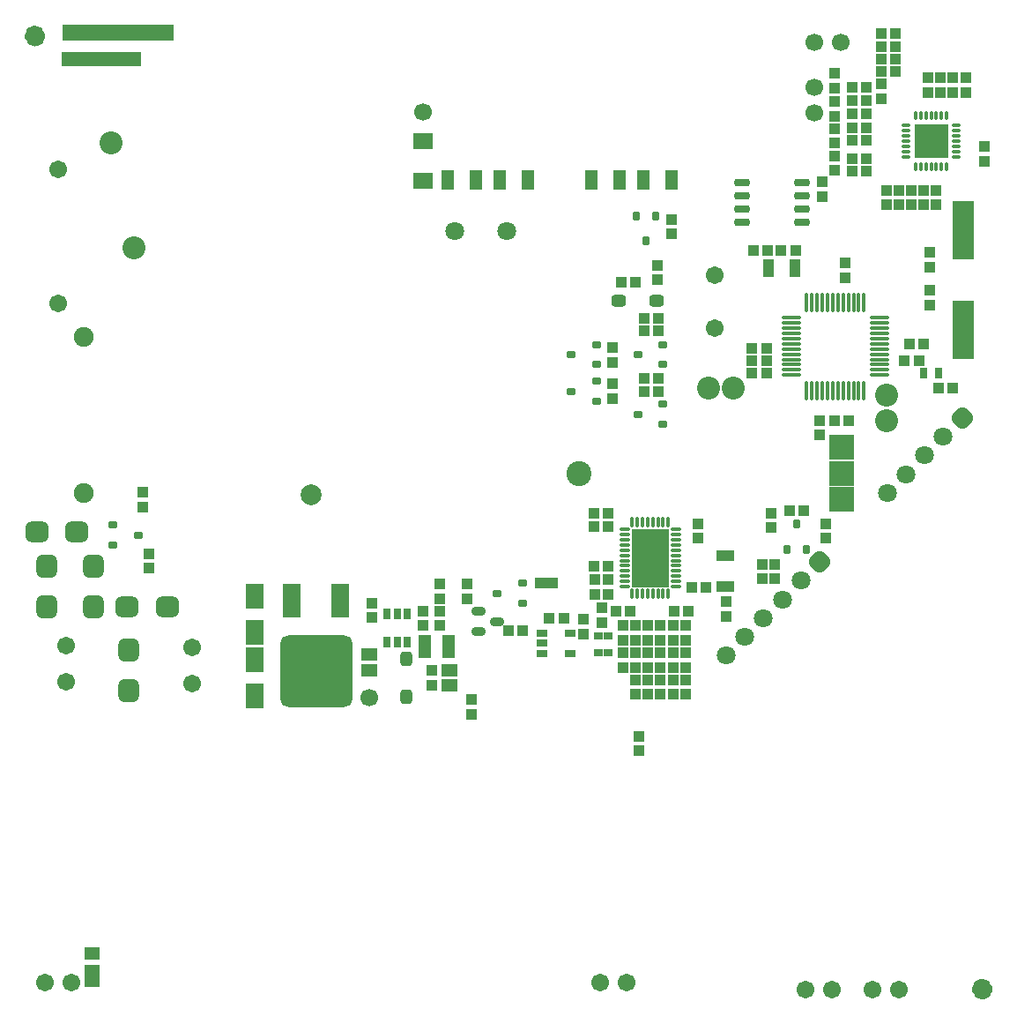
<source format=gts>
G04 Layer_Color=8388736*
%FSAX44Y44*%
%MOMM*%
G71*
G01*
G75*
%ADD14R,0.9000X0.8000*%
%ADD50C,1.0000*%
%ADD64C,1.7000*%
%ADD71R,2.0320X1.0160*%
%ADD72R,7.6000X1.4102*%
%ADD73R,10.7548X1.6500*%
%ADD74R,1.0032X1.1032*%
%ADD75R,0.8032X1.1032*%
%ADD76C,2.2032*%
%ADD77R,1.1032X1.0032*%
%ADD78R,3.2300X3.2300*%
%ADD79O,0.9500X0.3500*%
%ADD80O,0.3500X0.9500*%
%ADD81R,1.2532X1.8532*%
%ADD82R,1.0532X1.0032*%
%ADD83R,2.1000X5.6000*%
%ADD84R,1.1000X1.7000*%
G04:AMPARAMS|DCode=85|XSize=0.4mm|YSize=1.8mm|CornerRadius=0.125mm|HoleSize=0mm|Usage=FLASHONLY|Rotation=0.000|XOffset=0mm|YOffset=0mm|HoleType=Round|Shape=RoundedRectangle|*
%AMROUNDEDRECTD85*
21,1,0.4000,1.5500,0,0,0.0*
21,1,0.1500,1.8000,0,0,0.0*
1,1,0.2500,0.0750,-0.7750*
1,1,0.2500,-0.0750,-0.7750*
1,1,0.2500,-0.0750,0.7750*
1,1,0.2500,0.0750,0.7750*
%
%ADD85ROUNDEDRECTD85*%
G04:AMPARAMS|DCode=86|XSize=0.4mm|YSize=1.8mm|CornerRadius=0.125mm|HoleSize=0mm|Usage=FLASHONLY|Rotation=90.000|XOffset=0mm|YOffset=0mm|HoleType=Round|Shape=RoundedRectangle|*
%AMROUNDEDRECTD86*
21,1,0.4000,1.5500,0,0,90.0*
21,1,0.1500,1.8000,0,0,90.0*
1,1,0.2500,0.7750,0.0750*
1,1,0.2500,0.7750,-0.0750*
1,1,0.2500,-0.7750,-0.0750*
1,1,0.2500,-0.7750,0.0750*
%
%ADD86ROUNDEDRECTD86*%
%ADD87R,3.6000X5.6000*%
G04:AMPARAMS|DCode=88|XSize=0.38mm|YSize=0.95mm|CornerRadius=0.12mm|HoleSize=0mm|Usage=FLASHONLY|Rotation=180.000|XOffset=0mm|YOffset=0mm|HoleType=Round|Shape=RoundedRectangle|*
%AMROUNDEDRECTD88*
21,1,0.3800,0.7100,0,0,180.0*
21,1,0.1400,0.9500,0,0,180.0*
1,1,0.2400,-0.0700,0.3550*
1,1,0.2400,0.0700,0.3550*
1,1,0.2400,0.0700,-0.3550*
1,1,0.2400,-0.0700,-0.3550*
%
%ADD88ROUNDEDRECTD88*%
G04:AMPARAMS|DCode=89|XSize=0.38mm|YSize=0.95mm|CornerRadius=0.12mm|HoleSize=0mm|Usage=FLASHONLY|Rotation=270.000|XOffset=0mm|YOffset=0mm|HoleType=Round|Shape=RoundedRectangle|*
%AMROUNDEDRECTD89*
21,1,0.3800,0.7100,0,0,270.0*
21,1,0.1400,0.9500,0,0,270.0*
1,1,0.2400,-0.3550,-0.0700*
1,1,0.2400,-0.3550,0.0700*
1,1,0.2400,0.3550,0.0700*
1,1,0.2400,0.3550,-0.0700*
%
%ADD89ROUNDEDRECTD89*%
%ADD90R,1.8032X1.1032*%
G04:AMPARAMS|DCode=91|XSize=0.7032mm|YSize=1.4532mm|CornerRadius=0.2266mm|HoleSize=0mm|Usage=FLASHONLY|Rotation=270.000|XOffset=0mm|YOffset=0mm|HoleType=Round|Shape=RoundedRectangle|*
%AMROUNDEDRECTD91*
21,1,0.7032,1.0000,0,0,270.0*
21,1,0.2500,1.4532,0,0,270.0*
1,1,0.4532,-0.5000,-0.1250*
1,1,0.4532,-0.5000,0.1250*
1,1,0.4532,0.5000,0.1250*
1,1,0.4532,0.5000,-0.1250*
%
%ADD91ROUNDEDRECTD91*%
%ADD92R,1.9032X1.5532*%
G04:AMPARAMS|DCode=93|XSize=1.4232mm|YSize=1.1532mm|CornerRadius=0.3391mm|HoleSize=0mm|Usage=FLASHONLY|Rotation=0.000|XOffset=0mm|YOffset=0mm|HoleType=Round|Shape=RoundedRectangle|*
%AMROUNDEDRECTD93*
21,1,1.4232,0.4750,0,0,0.0*
21,1,0.7450,1.1532,0,0,0.0*
1,1,0.6782,0.3725,-0.2375*
1,1,0.6782,-0.3725,-0.2375*
1,1,0.6782,-0.3725,0.2375*
1,1,0.6782,0.3725,0.2375*
%
%ADD93ROUNDEDRECTD93*%
G04:AMPARAMS|DCode=94|XSize=0.65mm|YSize=0.9mm|CornerRadius=0.1875mm|HoleSize=0mm|Usage=FLASHONLY|Rotation=270.000|XOffset=0mm|YOffset=0mm|HoleType=Round|Shape=RoundedRectangle|*
%AMROUNDEDRECTD94*
21,1,0.6500,0.5250,0,0,270.0*
21,1,0.2750,0.9000,0,0,270.0*
1,1,0.3750,-0.2625,-0.1375*
1,1,0.3750,-0.2625,0.1375*
1,1,0.3750,0.2625,0.1375*
1,1,0.3750,0.2625,-0.1375*
%
%ADD94ROUNDEDRECTD94*%
%ADD95R,1.1000X0.6500*%
G04:AMPARAMS|DCode=96|XSize=0.8032mm|YSize=1.3032mm|CornerRadius=0.2516mm|HoleSize=0mm|Usage=FLASHONLY|Rotation=90.000|XOffset=0mm|YOffset=0mm|HoleType=Round|Shape=RoundedRectangle|*
%AMROUNDEDRECTD96*
21,1,0.8032,0.8000,0,0,90.0*
21,1,0.3000,1.3032,0,0,90.0*
1,1,0.5032,0.4000,0.1500*
1,1,0.5032,0.4000,-0.1500*
1,1,0.5032,-0.4000,-0.1500*
1,1,0.5032,-0.4000,0.1500*
%
%ADD96ROUNDEDRECTD96*%
%ADD97R,1.2032X2.2032*%
%ADD98R,1.5032X1.2032*%
G04:AMPARAMS|DCode=99|XSize=1.4232mm|YSize=1.1532mm|CornerRadius=0.3391mm|HoleSize=0mm|Usage=FLASHONLY|Rotation=270.000|XOffset=0mm|YOffset=0mm|HoleType=Round|Shape=RoundedRectangle|*
%AMROUNDEDRECTD99*
21,1,1.4232,0.4750,0,0,270.0*
21,1,0.7450,1.1532,0,0,270.0*
1,1,0.6782,-0.2375,-0.3725*
1,1,0.6782,-0.2375,0.3725*
1,1,0.6782,0.2375,0.3725*
1,1,0.6782,0.2375,-0.3725*
%
%ADD99ROUNDEDRECTD99*%
%ADD100R,0.6500X1.1000*%
%ADD101R,1.7032X2.3532*%
G04:AMPARAMS|DCode=102|XSize=2.0032mm|YSize=2.2032mm|CornerRadius=0.5516mm|HoleSize=0mm|Usage=FLASHONLY|Rotation=270.000|XOffset=0mm|YOffset=0mm|HoleType=Round|Shape=RoundedRectangle|*
%AMROUNDEDRECTD102*
21,1,2.0032,1.1000,0,0,270.0*
21,1,0.9000,2.2032,0,0,270.0*
1,1,1.1032,-0.5500,-0.4500*
1,1,1.1032,-0.5500,0.4500*
1,1,1.1032,0.5500,0.4500*
1,1,1.1032,0.5500,-0.4500*
%
%ADD102ROUNDEDRECTD102*%
G04:AMPARAMS|DCode=103|XSize=2.0032mm|YSize=2.2032mm|CornerRadius=0.5516mm|HoleSize=0mm|Usage=FLASHONLY|Rotation=0.000|XOffset=0mm|YOffset=0mm|HoleType=Round|Shape=RoundedRectangle|*
%AMROUNDEDRECTD103*
21,1,2.0032,1.1000,0,0,0.0*
21,1,0.9000,2.2032,0,0,0.0*
1,1,1.1032,0.4500,-0.5500*
1,1,1.1032,-0.4500,-0.5500*
1,1,1.1032,-0.4500,0.5500*
1,1,1.1032,0.4500,0.5500*
%
%ADD103ROUNDEDRECTD103*%
G04:AMPARAMS|DCode=104|XSize=0.65mm|YSize=0.9mm|CornerRadius=0.1875mm|HoleSize=0mm|Usage=FLASHONLY|Rotation=180.000|XOffset=0mm|YOffset=0mm|HoleType=Round|Shape=RoundedRectangle|*
%AMROUNDEDRECTD104*
21,1,0.6500,0.5250,0,0,180.0*
21,1,0.2750,0.9000,0,0,180.0*
1,1,0.3750,-0.1375,0.2625*
1,1,0.3750,0.1375,0.2625*
1,1,0.3750,0.1375,-0.2625*
1,1,0.3750,-0.1375,-0.2625*
%
%ADD104ROUNDEDRECTD104*%
%ADD105R,0.9032X1.1032*%
%ADD106R,1.8032X3.2032*%
G04:AMPARAMS|DCode=107|XSize=6.9032mm|YSize=6.9032mm|CornerRadius=0.7716mm|HoleSize=0mm|Usage=FLASHONLY|Rotation=0.000|XOffset=0mm|YOffset=0mm|HoleType=Round|Shape=RoundedRectangle|*
%AMROUNDEDRECTD107*
21,1,6.9032,5.3600,0,0,0.0*
21,1,5.3600,6.9032,0,0,0.0*
1,1,1.5432,2.6800,-2.6800*
1,1,1.5432,-2.6800,-2.6800*
1,1,1.5432,-2.6800,2.6800*
1,1,1.5432,2.6800,2.6800*
%
%ADD107ROUNDEDRECTD107*%
%ADD108C,1.8032*%
G04:AMPARAMS|DCode=109|XSize=1.8032mm|YSize=1.8032mm|CornerRadius=0.5016mm|HoleSize=0mm|Usage=FLASHONLY|Rotation=315.000|XOffset=0mm|YOffset=0mm|HoleType=Round|Shape=RoundedRectangle|*
%AMROUNDEDRECTD109*
21,1,1.8032,0.8000,0,0,315.0*
21,1,0.8000,1.8032,0,0,315.0*
1,1,1.0032,0.0000,-0.5657*
1,1,1.0032,-0.5657,0.0000*
1,1,1.0032,0.0000,0.5657*
1,1,1.0032,0.5657,0.0000*
%
%ADD109ROUNDEDRECTD109*%
%ADD110C,1.7032*%
%ADD111R,2.4032X2.4032*%
%ADD112C,2.4032*%
%ADD113C,1.9032*%
%ADD114C,2.0032*%
G36*
X00566163Y01786000D02*
X00551163D01*
Y01807000D01*
X00566163D01*
Y01786000D01*
D02*
G37*
G36*
Y01812250D02*
X00551163D01*
Y01823500D01*
X00566163D01*
Y01812250D01*
D02*
G37*
D14*
X01044663Y02106500D02*
D03*
Y02122500D02*
D03*
X01054663Y02106500D02*
D03*
Y02122500D02*
D03*
D50*
X01418663Y01783500D02*
G03*
X01418663Y01783500I-00005000J00000000D01*
G01*
X00508663Y02698500D02*
G03*
X00508663Y02698500I-00005000J00000000D01*
G01*
D64*
X00824663Y02063500D02*
D03*
X00876663Y02625500D02*
D03*
X01252663Y02649500D02*
D03*
Y02624500D02*
D03*
Y02692750D02*
D03*
X01277663D02*
D03*
D71*
X00995663Y02173500D02*
D03*
D72*
X00567615Y02676551D02*
D03*
D73*
X00583389Y02701852D02*
D03*
D74*
X01288663Y02610500D02*
D03*
X01302663D02*
D03*
X01288663Y02598500D02*
D03*
X01302663D02*
D03*
X01288663Y02580500D02*
D03*
X01302663D02*
D03*
X01288663Y02568500D02*
D03*
X01302663D02*
D03*
X01242663Y02242500D02*
D03*
X01228663D02*
D03*
X01316663Y02664500D02*
D03*
X01330663D02*
D03*
Y02676500D02*
D03*
X01316663D02*
D03*
X01330663Y02688500D02*
D03*
X01316663D02*
D03*
Y02700500D02*
D03*
X01330663D02*
D03*
X01193663Y02492500D02*
D03*
X01207663D02*
D03*
X01220663D02*
D03*
X01234663D02*
D03*
X01061663Y02146500D02*
D03*
X01075663D02*
D03*
X01131663Y02146500D02*
D03*
X01117663D02*
D03*
X01134663Y02169500D02*
D03*
X01148663D02*
D03*
X01040663Y02189500D02*
D03*
X01054663D02*
D03*
X01040663Y02227500D02*
D03*
X01054663D02*
D03*
X01040663Y02240500D02*
D03*
X01054663D02*
D03*
X01385663Y02360500D02*
D03*
X01371663D02*
D03*
X01357663Y02402500D02*
D03*
X01343663D02*
D03*
X01338913Y02387000D02*
D03*
X01352913D02*
D03*
X01285663Y02329500D02*
D03*
X01271663D02*
D03*
X01192663Y02374500D02*
D03*
X01206663D02*
D03*
X01088663Y02415500D02*
D03*
X01102663D02*
D03*
X01088663Y02427500D02*
D03*
X01102663D02*
D03*
X01066663Y02462500D02*
D03*
X01080663D02*
D03*
X01088663Y02369500D02*
D03*
X01102663D02*
D03*
X01088663Y02357500D02*
D03*
X01102663D02*
D03*
X01011663Y02139500D02*
D03*
X00997663D02*
D03*
X01192663Y02386500D02*
D03*
X01206663D02*
D03*
X01192663Y02398500D02*
D03*
X01206663D02*
D03*
X01302663Y02636500D02*
D03*
X01288663D02*
D03*
Y02623500D02*
D03*
X01302663D02*
D03*
Y02649500D02*
D03*
X01288663D02*
D03*
X00972413Y02127500D02*
D03*
X00958413D02*
D03*
D75*
X01372163Y02374500D02*
D03*
X01357163D02*
D03*
X01002663Y02173500D02*
D03*
D76*
X01321663Y02329500D02*
D03*
X01150663Y02360500D02*
D03*
X01321663Y02353500D02*
D03*
X01174663Y02360500D02*
D03*
X00576663Y02595500D02*
D03*
X00598663Y02495500D02*
D03*
D77*
X01202663Y02177500D02*
D03*
Y02191500D02*
D03*
X01271663Y02569500D02*
D03*
Y02583500D02*
D03*
Y02609500D02*
D03*
Y02595500D02*
D03*
X01397663Y02644500D02*
D03*
Y02658500D02*
D03*
X01385663D02*
D03*
Y02644500D02*
D03*
X01373663D02*
D03*
Y02658500D02*
D03*
X01361663Y02644500D02*
D03*
Y02658500D02*
D03*
X01415663Y02578500D02*
D03*
Y02592500D02*
D03*
X01357663Y02550500D02*
D03*
Y02536500D02*
D03*
X01345663Y02550500D02*
D03*
Y02536500D02*
D03*
X01333663Y02550500D02*
D03*
Y02536500D02*
D03*
X01321663Y02550500D02*
D03*
Y02536500D02*
D03*
X01363663Y02476500D02*
D03*
Y02490500D02*
D03*
Y02454500D02*
D03*
Y02440500D02*
D03*
X01259663Y02544500D02*
D03*
Y02558500D02*
D03*
X01281663Y02480500D02*
D03*
Y02466500D02*
D03*
X01048663Y02135500D02*
D03*
Y02149500D02*
D03*
X01030663Y02138500D02*
D03*
Y02124500D02*
D03*
X01068663Y02106500D02*
D03*
Y02092500D02*
D03*
X01080663Y02132500D02*
D03*
Y02118500D02*
D03*
X01092663Y02132500D02*
D03*
Y02118500D02*
D03*
X01104663Y02106500D02*
D03*
Y02092500D02*
D03*
X01116663Y02132500D02*
D03*
Y02118500D02*
D03*
X01128663Y02106500D02*
D03*
Y02092500D02*
D03*
Y02080500D02*
D03*
Y02066500D02*
D03*
X01083663Y02026500D02*
D03*
Y02012500D02*
D03*
X01054663Y02162500D02*
D03*
Y02176500D02*
D03*
X01041663Y02162500D02*
D03*
Y02176500D02*
D03*
X01167663Y02155500D02*
D03*
Y02141500D02*
D03*
X01140663Y02230500D02*
D03*
Y02216500D02*
D03*
X01214663Y02191500D02*
D03*
Y02177500D02*
D03*
X01257663Y02315500D02*
D03*
Y02329500D02*
D03*
X01058663Y02399500D02*
D03*
Y02385500D02*
D03*
Y02364500D02*
D03*
Y02350500D02*
D03*
X00892663Y02172500D02*
D03*
Y02158500D02*
D03*
Y02146500D02*
D03*
Y02132500D02*
D03*
X00876663Y02146500D02*
D03*
Y02132500D02*
D03*
X00884663Y02089500D02*
D03*
Y02075500D02*
D03*
X00827163Y02154000D02*
D03*
Y02140000D02*
D03*
X00613163Y02201500D02*
D03*
Y02187500D02*
D03*
X00607163Y02246500D02*
D03*
Y02260500D02*
D03*
X01271663Y02648500D02*
D03*
Y02662500D02*
D03*
Y02635500D02*
D03*
Y02621500D02*
D03*
X01092663Y02080500D02*
D03*
Y02066500D02*
D03*
X01316663Y02652500D02*
D03*
Y02638500D02*
D03*
X00918663Y02172500D02*
D03*
Y02158500D02*
D03*
X01210663Y02240500D02*
D03*
Y02226500D02*
D03*
X01263663Y02216500D02*
D03*
Y02230500D02*
D03*
X01101663Y02478500D02*
D03*
Y02464500D02*
D03*
X01115663Y02508500D02*
D03*
Y02522500D02*
D03*
D78*
X01364663Y02597500D02*
D03*
D79*
X01388913Y02612500D02*
D03*
Y02607500D02*
D03*
Y02602500D02*
D03*
Y02597500D02*
D03*
Y02592500D02*
D03*
Y02587500D02*
D03*
Y02582500D02*
D03*
X01340413D02*
D03*
Y02587500D02*
D03*
Y02592500D02*
D03*
Y02597500D02*
D03*
Y02602500D02*
D03*
Y02607500D02*
D03*
Y02612500D02*
D03*
D80*
X01379663Y02573250D02*
D03*
X01374663D02*
D03*
X01369663D02*
D03*
X01364663D02*
D03*
X01359663D02*
D03*
X01354663D02*
D03*
X01349663D02*
D03*
Y02621750D02*
D03*
X01354663D02*
D03*
X01359663D02*
D03*
X01364663D02*
D03*
X01369663D02*
D03*
X01374663D02*
D03*
X01379663D02*
D03*
D81*
X01114913Y02560500D02*
D03*
X01088413D02*
D03*
X00900413D02*
D03*
X00926913D02*
D03*
X00976913D02*
D03*
X00950413D02*
D03*
X01064913D02*
D03*
X01038413D02*
D03*
D82*
X01369663Y02550500D02*
D03*
Y02536500D02*
D03*
X01068663Y02118500D02*
D03*
Y02132500D02*
D03*
X01080663Y02106500D02*
D03*
Y02092500D02*
D03*
Y02080500D02*
D03*
Y02066500D02*
D03*
X01092663Y02106500D02*
D03*
Y02092500D02*
D03*
X01116663Y02080500D02*
D03*
Y02066500D02*
D03*
X01104663Y02118500D02*
D03*
Y02132500D02*
D03*
X01116663Y02106500D02*
D03*
Y02092500D02*
D03*
X01128663Y02132500D02*
D03*
Y02118500D02*
D03*
X01104663Y02080500D02*
D03*
Y02066500D02*
D03*
X00922663Y02061250D02*
D03*
Y02047250D02*
D03*
D83*
X01395663Y02512500D02*
D03*
Y02416500D02*
D03*
D84*
X01208663Y02475500D02*
D03*
X01233663D02*
D03*
D85*
X01300163Y02443000D02*
D03*
X01295163D02*
D03*
X01290163D02*
D03*
X01285163D02*
D03*
X01280163D02*
D03*
X01275163D02*
D03*
X01270163D02*
D03*
X01265163D02*
D03*
X01260163D02*
D03*
X01255163D02*
D03*
X01250163D02*
D03*
X01245163D02*
D03*
Y02358000D02*
D03*
X01250163D02*
D03*
X01255163D02*
D03*
X01260163D02*
D03*
X01265163D02*
D03*
X01270163D02*
D03*
X01275163D02*
D03*
X01280163D02*
D03*
X01285163D02*
D03*
X01290163D02*
D03*
X01295163D02*
D03*
X01300163D02*
D03*
D86*
X01230163Y02428000D02*
D03*
Y02423000D02*
D03*
Y02418000D02*
D03*
Y02413000D02*
D03*
Y02408000D02*
D03*
Y02403000D02*
D03*
Y02398000D02*
D03*
Y02393000D02*
D03*
Y02388000D02*
D03*
Y02383000D02*
D03*
Y02378000D02*
D03*
Y02373000D02*
D03*
X01315163D02*
D03*
Y02378000D02*
D03*
Y02383000D02*
D03*
Y02388000D02*
D03*
Y02393000D02*
D03*
Y02398000D02*
D03*
Y02403000D02*
D03*
Y02408000D02*
D03*
Y02413000D02*
D03*
Y02418000D02*
D03*
Y02423000D02*
D03*
Y02428000D02*
D03*
D87*
X01094663Y02197500D02*
D03*
D88*
X01082163Y02163000D02*
D03*
X01087163D02*
D03*
X01102163D02*
D03*
X01097163D02*
D03*
X01092163D02*
D03*
X01107163D02*
D03*
X01112163D02*
D03*
X01077163D02*
D03*
Y02232000D02*
D03*
X01112163D02*
D03*
X01107163D02*
D03*
X01092163D02*
D03*
X01097163D02*
D03*
X01102163D02*
D03*
X01087163D02*
D03*
X01082163D02*
D03*
D89*
X01119163Y02175000D02*
D03*
Y02170000D02*
D03*
Y02180000D02*
D03*
Y02185000D02*
D03*
Y02200000D02*
D03*
Y02195000D02*
D03*
Y02190000D02*
D03*
Y02215000D02*
D03*
Y02210000D02*
D03*
Y02205000D02*
D03*
Y02225000D02*
D03*
Y02220000D02*
D03*
X01070163D02*
D03*
Y02225000D02*
D03*
Y02205000D02*
D03*
Y02210000D02*
D03*
Y02215000D02*
D03*
Y02190000D02*
D03*
Y02195000D02*
D03*
Y02200000D02*
D03*
Y02185000D02*
D03*
Y02180000D02*
D03*
Y02170000D02*
D03*
Y02175000D02*
D03*
D90*
X01166663Y02169750D02*
D03*
Y02199250D02*
D03*
D91*
X01240663Y02557550D02*
D03*
X01182663D02*
D03*
X01240663Y02519450D02*
D03*
Y02532150D02*
D03*
Y02544850D02*
D03*
X01182663Y02519450D02*
D03*
Y02532150D02*
D03*
Y02544850D02*
D03*
D92*
X00876663Y02559750D02*
D03*
Y02597250D02*
D03*
D93*
X01064663Y02444500D02*
D03*
X01100663D02*
D03*
D94*
X01107163Y02383000D02*
D03*
Y02402000D02*
D03*
X01082663Y02392500D02*
D03*
X01107163Y02326000D02*
D03*
Y02345000D02*
D03*
X01082663Y02335500D02*
D03*
X01043163Y02383000D02*
D03*
Y02402000D02*
D03*
X01018663Y02392500D02*
D03*
X01043163Y02348000D02*
D03*
Y02367000D02*
D03*
X01018663Y02357500D02*
D03*
X00972163Y02154000D02*
D03*
Y02173000D02*
D03*
X00947663Y02163500D02*
D03*
X00578163Y02229000D02*
D03*
Y02210000D02*
D03*
X00602663Y02219500D02*
D03*
D95*
X01018163Y02125000D02*
D03*
Y02106000D02*
D03*
X00991163D02*
D03*
Y02115500D02*
D03*
Y02125000D02*
D03*
D96*
X00947663Y02136500D02*
D03*
X00929663Y02127000D02*
D03*
Y02146000D02*
D03*
D97*
X00901393Y02112500D02*
D03*
X00877933D02*
D03*
D98*
X00901663Y02090000D02*
D03*
Y02075000D02*
D03*
X00824663Y02105000D02*
D03*
Y02090000D02*
D03*
D99*
X00860663Y02100500D02*
D03*
Y02064500D02*
D03*
D100*
X00861163Y02144000D02*
D03*
X00851663D02*
D03*
X00842163D02*
D03*
Y02117000D02*
D03*
X00861163D02*
D03*
X00851663D02*
D03*
D101*
X00714663Y02065250D02*
D03*
Y02099750D02*
D03*
Y02160750D02*
D03*
Y02126250D02*
D03*
D102*
X00631063Y02150500D02*
D03*
X00592263D02*
D03*
X00544063Y02222500D02*
D03*
X00505263D02*
D03*
D103*
X00593663Y02108900D02*
D03*
Y02070100D02*
D03*
X00559663Y02150700D02*
D03*
Y02189500D02*
D03*
X00514663Y02150700D02*
D03*
Y02189500D02*
D03*
D104*
X01235663Y02230500D02*
D03*
X01245163Y02206000D02*
D03*
X01226163D02*
D03*
X01100163Y02526000D02*
D03*
X01081163D02*
D03*
X01090663Y02501500D02*
D03*
D105*
X00988663Y02173500D02*
D03*
D106*
X00796663Y02156500D02*
D03*
X00750663D02*
D03*
D107*
X00773663Y02088500D02*
D03*
D108*
X01203728Y02139633D02*
D03*
X01239649Y02175554D02*
D03*
X01185767Y02121673D02*
D03*
X01221688Y02157594D02*
D03*
X01167807Y02103712D02*
D03*
X01322418Y02259876D02*
D03*
X01340379Y02277837D02*
D03*
X01376300Y02313758D02*
D03*
X01358339Y02295797D02*
D03*
X00956663Y02511500D02*
D03*
X00906663D02*
D03*
D109*
X01257609Y02193515D02*
D03*
X01394260Y02331718D02*
D03*
D110*
X01156663Y02468500D02*
D03*
Y02418500D02*
D03*
X00654663Y02112000D02*
D03*
Y02077000D02*
D03*
X00533663Y02113500D02*
D03*
Y02078500D02*
D03*
X00525663Y02570790D02*
D03*
Y02442210D02*
D03*
X01333363Y01783500D02*
D03*
X01307963D02*
D03*
X01269363D02*
D03*
X01243963D02*
D03*
X00512963Y01789500D02*
D03*
X00538363D02*
D03*
X01046963Y01789500D02*
D03*
X01072363D02*
D03*
D111*
X01278663Y02278500D02*
D03*
Y02303500D02*
D03*
Y02253500D02*
D03*
D112*
X01026663Y02278500D02*
D03*
D113*
X00550663Y02409500D02*
D03*
Y02259500D02*
D03*
D114*
X00768663Y02258500D02*
D03*
M02*

</source>
